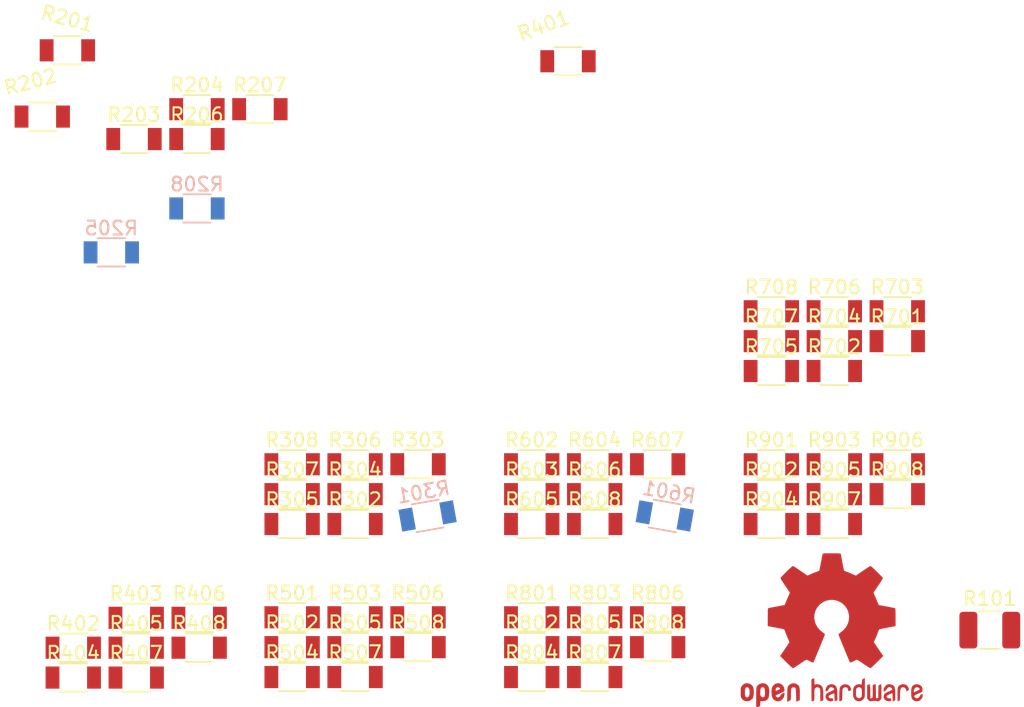
<source format=kicad_pcb>
(kicad_pcb (version 20211014) (generator pcbnew)
  (layers (0 "F.Cu" signal) (31 "B.Cu" signal) (34 "B.Paste" user) (35 "F.Paste" user) (36 "B.SilkS" user "B.Silkscreen") (37 "F.SilkS" user "F.Silkscreen") (38 "B.Mask" user) (39 "F.Mask" user) (44 "Edge.Cuts" user))
  (net 0 "")
  (footprint "Passives:R1206M" (layer "F.Cu") (at 77.380001 70.190001)
    (fp_text reference "R801" (at 0 -1.75) (layer "F.SilkS"))
    (fp_text value "1k" hide)
    (pad "1" smd rect locked (at -1.5 0) (size 1 1.6) (layers "F.Cu" "F.Paste" "F.Mask"))
    (pad "2" smd rect locked (at 1.5 0) (size 1 1.6) (layers "F.Cu" "F.Paste" "F.Mask"))
  )
  (footprint "Passives:R1206M" (layer "F.Cu") (at 77.380001 59.130001)
    (fp_text reference "R602" (at 0 -1.75) (layer "F.SilkS"))
    (fp_text value "1k" hide)
    (pad "1" smd rect locked (at -1.5 0) (size 1 1.6) (layers "F.Cu" "F.Paste" "F.Mask"))
    (pad "2" smd rect locked (at 1.5 0) (size 1 1.6) (layers "F.Cu" "F.Paste" "F.Mask"))
  )
  (footprint "Passives:R1206M" (layer "F.Cu") (at 77.380001 61.290001)
    (fp_text reference "R603" (at 0 -1.75) (layer "F.SilkS"))
    (fp_text value "1k" hide)
    (pad "1" smd rect locked (at -1.5 0) (size 1 1.6) (layers "F.Cu" "F.Paste" "F.Mask"))
    (pad "2" smd rect locked (at 1.5 0) (size 1 1.6) (layers "F.Cu" "F.Paste" "F.Mask"))
  )
  (footprint "Passives:R1206M" (layer "F.Cu") (at 81.930001 59.130001)
    (fp_text reference "R604" (at 0 -1.75) (layer "F.SilkS"))
    (fp_text value "1k" hide)
    (pad "1" smd rect locked (at -1.5 0) (size 1 1.6) (layers "F.Cu" "F.Paste" "F.Mask"))
    (pad "2" smd rect locked (at 1.5 0) (size 1 1.6) (layers "F.Cu" "F.Paste" "F.Mask"))
  )
  (footprint "Passives:R1206M" (layer "F.Cu") (at 77.380001 63.450001)
    (fp_text reference "R605" (at 0 -1.75) (layer "F.SilkS"))
    (fp_text value "1k" hide)
    (pad "1" smd rect locked (at -1.5 0) (size 1 1.6) (layers "F.Cu" "F.Paste" "F.Mask"))
    (pad "2" smd rect locked (at 1.5 0) (size 1 1.6) (layers "F.Cu" "F.Paste" "F.Mask"))
  )
  (footprint "Passives:R1206M" (layer "F.Cu") (at 81.930001 61.290001)
    (fp_text reference "R606" (at 0 -1.75) (layer "F.SilkS"))
    (fp_text value "1k" hide)
    (pad "1" smd rect locked (at -1.5 0) (size 1 1.6) (layers "F.Cu" "F.Paste" "F.Mask"))
    (pad "2" smd rect locked (at 1.5 0) (size 1 1.6) (layers "F.Cu" "F.Paste" "F.Mask"))
  )
  (footprint "Passives:R1206M" (layer "F.Cu") (at 86.480001 59.130001)
    (fp_text reference "R607" (at 0 -1.75) (layer "F.SilkS"))
    (fp_text value "1k" hide)
    (pad "1" smd rect locked (at -1.5 0) (size 1 1.6) (layers "F.Cu" "F.Paste" "F.Mask"))
    (pad "2" smd rect locked (at 1.5 0) (size 1 1.6) (layers "F.Cu" "F.Paste" "F.Mask"))
  )
  (footprint "Passives:R1206M" (layer "F.Cu") (at 81.930001 63.450001)
    (fp_text reference "R608" (at 0 -1.75) (layer "F.SilkS"))
    (fp_text value "1k" hide)
    (pad "1" smd rect locked (at -1.5 0) (size 1 1.6) (layers "F.Cu" "F.Paste" "F.Mask"))
    (pad "2" smd rect locked (at 1.5 0) (size 1 1.6) (layers "F.Cu" "F.Paste" "F.Mask"))
  )
  (footprint "Passives:R1206M" (layer "F.Cu") (at 103.800001 50.230001)
    (fp_text reference "R701" (at 0 -1.75) (layer "F.SilkS"))
    (fp_text value "1k" hide)
    (pad "1" smd rect locked (at -1.5 0) (size 1 1.6) (layers "F.Cu" "F.Paste" "F.Mask"))
    (pad "2" smd rect locked (at 1.5 0) (size 1 1.6) (layers "F.Cu" "F.Paste" "F.Mask"))
  )
  (footprint "Passives:R1206M" (layer "F.Cu") (at 99.250001 52.390001)
    (fp_text reference "R702" (at 0 -1.75) (layer "F.SilkS"))
    (fp_text value "1k" hide)
    (pad "1" smd rect locked (at -1.5 0) (size 1 1.6) (layers "F.Cu" "F.Paste" "F.Mask"))
    (pad "2" smd rect locked (at 1.5 0) (size 1 1.6) (layers "F.Cu" "F.Paste" "F.Mask"))
  )
  (footprint "Passives:R1206M" (layer "F.Cu") (at 103.800001 48.070001)
    (fp_text reference "R703" (at 0 -1.75) (layer "F.SilkS"))
    (fp_text value "1k" hide)
    (pad "1" smd rect locked (at -1.5 0) (size 1 1.6) (layers "F.Cu" "F.Paste" "F.Mask"))
    (pad "2" smd rect locked (at 1.5 0) (size 1 1.6) (layers "F.Cu" "F.Paste" "F.Mask"))
  )
  (footprint "Passives:R1206M" (layer "F.Cu") (at 99.250001 50.230001)
    (fp_text reference "R704" (at 0 -1.75) (layer "F.SilkS"))
    (fp_text value "1k" hide)
    (pad "1" smd rect locked (at -1.5 0) (size 1 1.6) (layers "F.Cu" "F.Paste" "F.Mask"))
    (pad "2" smd rect locked (at 1.5 0) (size 1 1.6) (layers "F.Cu" "F.Paste" "F.Mask"))
  )
  (footprint "Passives:R1206M" (layer "F.Cu") (at 94.700001 52.390001)
    (fp_text reference "R705" (at 0 -1.75) (layer "F.SilkS"))
    (fp_text value "1k" hide)
    (pad "1" smd rect locked (at -1.5 0) (size 1 1.6) (layers "F.Cu" "F.Paste" "F.Mask"))
    (pad "2" smd rect locked (at 1.5 0) (size 1 1.6) (layers "F.Cu" "F.Paste" "F.Mask"))
  )
  (footprint "Passives:R1206M" (layer "F.Cu") (at 99.250001 48.070001)
    (fp_text reference "R706" (at 0 -1.75) (layer "F.SilkS"))
    (fp_text value "1k" hide)
    (pad "1" smd rect locked (at -1.5 0) (size 1 1.6) (layers "F.Cu" "F.Paste" "F.Mask"))
    (pad "2" smd rect locked (at 1.5 0) (size 1 1.6) (layers "F.Cu" "F.Paste" "F.Mask"))
  )
  (footprint "Passives:R1206M" (layer "F.Cu") (at 94.700001 50.230001)
    (fp_text reference "R707" (at 0 -1.75) (layer "F.SilkS"))
    (fp_text value "1k" hide)
    (pad "1" smd rect locked (at -1.5 0) (size 1 1.6) (layers "F.Cu" "F.Paste" "F.Mask"))
    (pad "2" smd rect locked (at 1.5 0) (size 1 1.6) (layers "F.Cu" "F.Paste" "F.Mask"))
  )
  (footprint "Passives:R1206M" (layer "F.Cu") (at 94.700001 48.070001)
    (fp_text reference "R708" (at 0 -1.75) (layer "F.SilkS"))
    (fp_text value "1k" hide)
    (pad "1" smd rect locked (at -1.5 0) (size 1 1.6) (layers "F.Cu" "F.Paste" "F.Mask"))
    (pad "2" smd rect locked (at 1.5 0) (size 1 1.6) (layers "F.Cu" "F.Paste" "F.Mask"))
  )
  (footprint "Passives:R1206M" (layer "F.Cu") (at 77.380001 72.350001)
    (fp_text reference "R802" (at 0 -1.75) (layer "F.SilkS"))
    (fp_text value "1k" hide)
    (pad "1" smd rect locked (at -1.5 0) (size 1 1.6) (layers "F.Cu" "F.Paste" "F.Mask"))
    (pad "2" smd rect locked (at 1.5 0) (size 1 1.6) (layers "F.Cu" "F.Paste" "F.Mask"))
  )
  (footprint "Passives:R1206M" (layer "F.Cu") (at 81.930001 70.190001)
    (fp_text reference "R803" (at 0 -1.75) (layer "F.SilkS"))
    (fp_text value "1k" hide)
    (pad "1" smd rect locked (at -1.5 0) (size 1 1.6) (layers "F.Cu" "F.Paste" "F.Mask"))
    (pad "2" smd rect locked (at 1.5 0) (size 1 1.6) (layers "F.Cu" "F.Paste" "F.Mask"))
  )
  (footprint "Passives:R1206M" (layer "F.Cu") (at 77.380001 74.510001)
    (fp_text reference "R804" (at 0 -1.75) (layer "F.SilkS"))
    (fp_text value "1k" hide)
    (pad "1" smd rect locked (at -1.5 0) (size 1 1.6) (layers "F.Cu" "F.Paste" "F.Mask"))
    (pad "2" smd rect locked (at 1.5 0) (size 1 1.6) (layers "F.Cu" "F.Paste" "F.Mask"))
  )
  (footprint "Passives:R1206M" (layer "F.Cu") (at 81.930001 72.350001)
    (fp_text reference "R805" (at 0 -1.75) (layer "F.SilkS"))
    (fp_text value "1k" hide)
    (pad "1" smd rect locked (at -1.5 0) (size 1 1.6) (layers "F.Cu" "F.Paste" "F.Mask"))
    (pad "2" smd rect locked (at 1.5 0) (size 1 1.6) (layers "F.Cu" "F.Paste" "F.Mask"))
  )
  (footprint "Passives:R1206M" (layer "F.Cu") (at 86.480001 70.190001)
    (fp_text reference "R806" (at 0 -1.75) (layer "F.SilkS"))
    (fp_text value "1k" hide)
    (pad "1" smd rect locked (at -1.5 0) (size 1 1.6) (layers "F.Cu" "F.Paste" "F.Mask"))
    (pad "2" smd rect locked (at 1.5 0) (size 1 1.6) (layers "F.Cu" "F.Paste" "F.Mask"))
  )
  (footprint "Passives:R1206M" (layer "F.Cu") (at 81.930001 74.510001)
    (fp_text reference "R807" (at 0 -1.75) (layer "F.SilkS"))
    (fp_text value "1k" hide)
    (pad "1" smd rect locked (at -1.5 0) (size 1 1.6) (layers "F.Cu" "F.Paste" "F.Mask"))
    (pad "2" smd rect locked (at 1.5 0) (size 1 1.6) (layers "F.Cu" "F.Paste" "F.Mask"))
  )
  (footprint "Passives:R1206M" (layer "F.Cu") (at 86.480001 72.350001)
    (fp_text reference "R808" (at 0 -1.75) (layer "F.SilkS"))
    (fp_text value "1k" hide)
    (pad "1" smd rect locked (at -1.5 0) (size 1 1.6) (layers "F.Cu" "F.Paste" "F.Mask"))
    (pad "2" smd rect locked (at 1.5 0) (size 1 1.6) (layers "F.Cu" "F.Paste" "F.Mask"))
  )
  (footprint "Passives:R1206M" (layer "F.Cu") (at 94.700001 59.130001)
    (fp_text reference "R901" (at 0 -1.75) (layer "F.SilkS"))
    (fp_text value "1k" hide)
    (pad "1" smd rect locked (at -1.5 0) (size 1 1.6) (layers "F.Cu" "F.Paste" "F.Mask"))
    (pad "2" smd rect locked (at 1.5 0) (size 1 1.6) (layers "F.Cu" "F.Paste" "F.Mask"))
  )
  (footprint "Passives:R1206M" (layer "F.Cu") (at 94.700001 61.290001)
    (fp_text reference "R902" (at 0 -1.75) (layer "F.SilkS"))
    (fp_text value "1k" hide)
    (pad "1" smd rect locked (at -1.5 0) (size 1 1.6) (layers "F.Cu" "F.Paste" "F.Mask"))
    (pad "2" smd rect locked (at 1.5 0) (size 1 1.6) (layers "F.Cu" "F.Paste" "F.Mask"))
  )
  (footprint "Passives:R1206M" (layer "F.Cu") (at 99.250001 59.130001)
    (fp_text reference "R903" (at 0 -1.75) (layer "F.SilkS"))
    (fp_text value "1k" hide)
    (pad "1" smd rect locked (at -1.5 0) (size 1 1.6) (layers "F.Cu" "F.Paste" "F.Mask"))
    (pad "2" smd rect locked (at 1.5 0) (size 1 1.6) (layers "F.Cu" "F.Paste" "F.Mask"))
  )
  (footprint "Passives:R1206M" (layer "F.Cu") (at 94.700001 63.450001)
    (fp_text reference "R904" (at 0 -1.75) (layer "F.SilkS"))
    (fp_text value "1k" hide)
    (pad "1" smd rect locked (at -1.5 0) (size 1 1.6) (layers "F.Cu" "F.Paste" "F.Mask"))
    (pad "2" smd rect locked (at 1.5 0) (size 1 1.6) (layers "F.Cu" "F.Paste" "F.Mask"))
  )
  (footprint "Passives:R1206M" (layer "F.Cu") (at 99.250001 61.290001)
    (fp_text reference "R905" (at 0 -1.75) (layer "F.SilkS"))
    (fp_text value "1k" hide)
    (pad "1" smd rect locked (at -1.5 0) (size 1 1.6) (layers "F.Cu" "F.Paste" "F.Mask"))
    (pad "2" smd rect locked (at 1.5 0) (size 1 1.6) (layers "F.Cu" "F.Paste" "F.Mask"))
  )
  (footprint "Passives:R1206M" (layer "F.Cu") (at 103.800001 59.130001)
    (fp_text reference "R906" (at 0 -1.75) (layer "F.SilkS"))
    (fp_text value "1k" hide)
    (pad "1" smd rect locked (at -1.5 0) (size 1 1.6) (layers "F.Cu" "F.Paste" "F.Mask"))
    (pad "2" smd rect locked (at 1.5 0) (size 1 1.6) (layers "F.Cu" "F.Paste" "F.Mask"))
  )
  (footprint "Passives:R1206M" (layer "F.Cu") (at 99.250001 63.450001)
    (fp_text reference "R907" (at 0 -1.75) (layer "F.SilkS"))
    (fp_text value "1k" hide)
    (pad "1" smd rect locked (at -1.5 0) (size 1 1.6) (layers "F.Cu" "F.Paste" "F.Mask"))
    (pad "2" smd rect locked (at 1.5 0) (size 1 1.6) (layers "F.Cu" "F.Paste" "F.Mask"))
  )
  (footprint "Passives:R1206M" (layer "F.Cu") (at 103.800001 61.290001)
    (fp_text reference "R908" (at 0 -1.75) (layer "F.SilkS"))
    (fp_text value "1k" hide)
    (pad "1" smd rect locked (at -1.5 0) (size 1 1.6) (layers "F.Cu" "F.Paste" "F.Mask"))
    (pad "2" smd rect locked (at 1.5 0) (size 1 1.6) (layers "F.Cu" "F.Paste" "F.Mask"))
  )
  (footprint "Passives:R1206M" (layer "F.Cu") (at 80 30)
    (fp_text reference "R401" (at -1.768 -2.568 20 unlocked) (layer "F.SilkS"))
    (fp_text value "1k" hide)
    (pad "1" smd rect locked (at -1.5 0) (size 1 1.6) (layers "F.Cu" "F.Paste" "F.Mask"))
    (pad "2" smd rect locked (at 1.5 0) (size 1 1.6) (layers "F.Cu" "F.Paste" "F.Mask"))
  )
  (footprint "Passives:R1206M" (layer "F.Cu") (at 42 34)
    (fp_text reference "R202" (at -0.852 -2.504 15 unlocked) (layer "F.SilkS"))
    (fp_text value "1k" hide)
    (pad "1" smd rect locked (at -1.5 0) (size 1 1.6) (layers "F.Cu" "F.Paste" "F.Mask"))
    (pad "2" smd rect locked (at 1.5 0) (size 1 1.6) (layers "F.Cu" "F.Paste" "F.Mask"))
  )
  (footprint "Passives:R1206M" (layer "F.Cu") (at 48.630001 35.625001)
    (fp_text reference "R203" (at 0 -1.75) (layer "F.SilkS"))
    (fp_text value "1k" hide)
    (pad "1" smd rect locked (at -1.5 0) (size 1 1.6) (layers "F.Cu" "F.Paste" "F.Mask"))
    (pad "2" smd rect locked (at 1.5 0) (size 1 1.6) (layers "F.Cu" "F.Paste" "F.Mask"))
  )
  (footprint "Passives:R1206M" (layer "F.Cu") (at 53.180001 33.465001)
    (fp_text reference "R204" (at 0 -1.75) (layer "F.SilkS"))
    (fp_text value "1k" hide)
    (pad "1" smd rect locked (at -1.5 0) (size 1 1.6) (layers "F.Cu" "F.Paste" "F.Mask"))
    (pad "2" smd rect locked (at 1.5 0) (size 1 1.6) (layers "F.Cu" "F.Paste" "F.Mask"))
  )
  (footprint "Passives:R1206M" (layer "F.Cu") (at 53.180001 35.625001)
    (fp_text reference "R206" (at 0 -1.75) (layer "F.SilkS"))
    (fp_text value "1k" hide)
    (pad "1" smd rect locked (at -1.5 0) (size 1 1.6) (layers "F.Cu" "F.Paste" "F.Mask"))
    (pad "2" smd rect locked (at 1.5 0) (size 1 1.6) (layers "F.Cu" "F.Paste" "F.Mask"))
  )
  (footprint "Passives:R1206M" (layer "F.Cu") (at 57.730001 33.465001)
    (fp_text reference "R207" (at 0 -1.75) (layer "F.SilkS"))
    (fp_text value "1k" hide)
    (pad "1" smd rect locked (at -1.5 0) (size 1 1.6) (layers "F.Cu" "F.Paste" "F.Mask"))
    (pad "2" smd rect locked (at 1.5 0) (size 1 1.6) (layers "F.Cu" "F.Paste" "F.Mask"))
  )
  (footprint "Passives:R1206M" (layer "F.Cu") (at 64.610001 63.450001)
    (fp_text reference "R302" (at 0 -1.75) (layer "F.SilkS"))
    (fp_text value "1k" hide)
    (pad "1" smd rect locked (at -1.5 0) (size 1 1.6) (layers "F.Cu" "F.Paste" "F.Mask"))
    (pad "2" smd rect locked (at 1.5 0) (size 1 1.6) (layers "F.Cu" "F.Paste" "F.Mask"))
  )
  (footprint "Passives:R1206M" (layer "F.Cu") (at 69.160001 59.130001)
    (fp_text reference "R303" (at 0 -1.75) (layer "F.SilkS"))
    (fp_text value "1k" hide)
    (pad "1" smd rect locked (at -1.5 0) (size 1 1.6) (layers "F.Cu" "F.Paste" "F.Mask"))
    (pad "2" smd rect locked (at 1.5 0) (size 1 1.6) (layers "F.Cu" "F.Paste" "F.Mask"))
  )
  (footprint "Passives:R1206M" (layer "F.Cu") (at 64.610001 61.290001)
    (fp_text reference "R304" (at 0 -1.75) (layer "F.SilkS"))
    (fp_text value "1k" hide)
    (pad "1" smd rect locked (at -1.5 0) (size 1 1.6) (layers "F.Cu" "F.Paste" "F.Mask"))
    (pad "2" smd rect locked (at 1.5 0) (size 1 1.6) (layers "F.Cu" "F.Paste" "F.Mask"))
  )
  (footprint "Passives:R1206M" (layer "F.Cu") (at 60.060001 63.450001)
    (fp_text reference "R305" (at 0 -1.75) (layer "F.SilkS"))
    (fp_text value "1k" hide)
    (pad "1" smd rect locked (at -1.5 0) (size 1 1.6) (layers "F.Cu" "F.Paste" "F.Mask"))
    (pad "2" smd rect locked (at 1.5 0) (size 1 1.6) (layers "F.Cu" "F.Paste" "F.Mask"))
  )
  (footprint "Passives:R1206M" (layer "F.Cu") (at 64.610001 59.130001)
    (fp_text reference "R306" (at 0 -1.75) (layer "F.SilkS"))
    (fp_text value "1k" hide)
    (pad "1" smd rect locked (at -1.5 0) (size 1 1.6) (layers "F.Cu" "F.Paste" "F.Mask"))
    (pad "2" smd rect locked (at 1.5 0) (size 1 1.6) (layers "F.Cu" "F.Paste" "F.Mask"))
  )
  (footprint "Passives:R1206M" (layer "F.Cu") (at 60.060001 61.290001)
    (fp_text reference "R307" (at 0 -1.75) (layer "F.SilkS"))
    (fp_text value "1k" hide)
    (pad "1" smd rect locked (at -1.5 0) (size 1 1.6) (layers "F.Cu" "F.Paste" "F.Mask"))
    (pad "2" smd rect locked (at 1.5 0) (size 1 1.6) (layers "F.Cu" "F.Paste" "F.Mask"))
  )
  (footprint "Passives:R1206M" (layer "F.Cu") (at 60.060001 59.130001)
    (fp_text reference "R308" (at 0 -1.75) (layer "F.SilkS"))
    (fp_text value "1k" hide)
    (pad "1" smd rect locked (at -1.5 0) (size 1 1.6) (layers "F.Cu" "F.Paste" "F.Mask"))
    (pad "2" smd rect locked (at 1.5 0) (size 1 1.6) (layers "F.Cu" "F.Paste" "F.Mask"))
  )
  (footprint "Passives:R1206M" (layer "F.Cu") (at 43.815 29.21)
    (fp_text reference "R201" (at 0 -2.286 -15 unlocked) (layer "F.SilkS"))
    (fp_text value "1k" hide)
    (pad "1" smd rect locked (at -1.5 0) (size 1 1.6) (layers "F.Cu" "F.Paste" "F.Mask"))
    (pad "2" smd rect locked (at 1.5 0) (size 1 1.6) (layers "F.Cu" "F.Paste" "F.Mask"))
  )
  (footprint "Passives:R1206M" (layer "F.Cu") (at 44.24 72.39)
    (fp_text reference "R402" (at 0 -1.75) (layer "F.SilkS"))
    (fp_text value "1k" hide)
    (pad "1" smd rect locked (at -1.5 0) (size 1 1.6) (layers "F.Cu" "F.Paste" "F.Mask"))
    (pad "2" smd rect locked (at 1.5 0) (size 1 1.6) (layers "F.Cu" "F.Paste" "F.Mask"))
  )
  (footprint "Passives:R1206M" (layer "F.Cu") (at 48.79 70.23)
    (fp_text reference "R403" (at 0 -1.75) (layer "F.SilkS"))
    (fp_text value "1k" hide)
    (pad "1" smd rect locked (at -1.5 0) (size 1 1.6) (layers "F.Cu" "F.Paste" "F.Mask"))
    (pad "2" smd rect locked (at 1.5 0) (size 1 1.6) (layers "F.Cu" "F.Paste" "F.Mask"))
  )
  (footprint "Passives:R1206M" (layer "F.Cu") (at 44.24 74.55)
    (fp_text reference "R404" (at 0 -1.75) (layer "F.SilkS"))
    (fp_text value "1k" hide)
    (pad "1" smd rect locked (at -1.5 0) (size 1 1.6) (layers "F.Cu" "F.Paste" "F.Mask"))
    (pad "2" smd rect locked (at 1.5 0) (size 1 1.6) (layers "F.Cu" "F.Paste" "F.Mask"))
  )
  (footprint "Passives:R1206M" (layer "F.Cu") (at 48.79 72.39)
    (fp_text reference "R405" (at 0 -1.75) (layer "F.SilkS"))
    (fp_text value "1k" hide)
    (pad "1" smd rect locked (at -1.5 0) (size 1 1.6) (layers "F.Cu" "F.Paste" "F.Mask"))
    (pad "2" smd rect locked (at 1.5 0) (size 1 1.6) (layers "F.Cu" "F.Paste" "F.Mask"))
  )
  (footprint "Passives:R1206M" (layer "F.Cu") (at 53.34 70.23)
    (fp_text reference "R406" (at 0 -1.75) (layer "F.SilkS"))
    (fp_text value "1k" hide)
    (pad "1" smd rect locked (at -1.5 0) (size 1 1.6) (layers "F.Cu" "F.Paste" "F.Mask"))
    (pad "2" smd rect locked (at 1.5 0) (size 1 1.6) (layers "F.Cu" "F.Paste" "F.Mask"))
  )
  (footprint "Passives:R1206M" (layer "F.Cu") (at 48.79 74.55)
    (fp_text reference "R407" (at 0 -1.75) (layer "F.SilkS"))
    (fp_text value "1k" hide)
    (pad "1" smd rect locked (at -1.5 0) (size 1 1.6) (layers "F.Cu" "F.Paste" "F.Mask"))
    (pad "2" smd rect locked (at 1.5 0) (size 1 1.6) (layers "F.Cu" "F.Paste" "F.Mask"))
  )
  (footprint "Passives:R1206M" (layer "F.Cu") (at 53.34 72.39)
    (fp_text reference "R408" (at 0 -1.75) (layer "F.SilkS"))
    (fp_text value "1k" hide)
    (pad "1" smd rect locked (at -1.5 0) (size 1 1.6) (layers "F.Cu" "F.Paste" "F.Mask"))
    (pad "2" smd rect locked (at 1.5 0) (size 1 1.6) (layers "F.Cu" "F.Paste" "F.Mask"))
  )
  (footprint "Passives:R1206M" (layer "F.Cu") (at 60.060001 70.190001)
    (fp_text reference "R501" (at 0 -1.75) (layer "F.SilkS"))
    (fp_text value "1k" hide)
    (pad "1" smd rect locked (at -1.5 0) (size 1 1.6) (layers "F.Cu" "F.Paste" "F.Mask"))
    (pad "2" smd rect locked (at 1.5 0) (size 1 1.6) (layers "F.Cu" "F.Paste" "F.Mask"))
  )
  (footprint "Passives:R1206M" (layer "F.Cu") (at 60.060001 72.350001)
    (fp_text reference "R502" (at 0 -1.75) (layer "F.SilkS"))
    (fp_text value "1k" hide)
    (pad "1" smd rect locked (at -1.5 0) (size 1 1.6) (layers "F.Cu" "F.Paste" "F.Mask"))
    (pad "2" smd rect locked (at 1.5 0) (size 1 1.6) (layers "F.Cu" "F.Paste" "F.Mask"))
  )
  (footprint "Passives:R1206M" (layer "F.Cu") (at 64.610001 70.190001)
    (fp_text reference "R503" (at 0 -1.75) (layer "F.SilkS"))
    (fp_text value "1k" hide)
    (pad "1" smd rect locked (at -1.5 0) (size 1 1.6) (layers "F.Cu" "F.Paste" "F.Mask"))
    (pad "2" smd rect locked (at 1.5 0) (size 1 1.6) (layers "F.Cu" "F.Paste" "F.Mask"))
  )
  (footprint "Passives:R1206M" (layer "F.Cu") (at 60.060001 74.510001)
    (fp_text reference "R504" (at 0 -1.75) (layer "F.SilkS"))
    (fp_text value "1k" hide)
    (pad "1" smd rect locked (at -1.5 0) (size 1 1.6) (layers "F.Cu" "F.Paste" "F.Mask"))
    (pad "2" smd rect locked (at 1.5 0) (size 1 1.6) (layers "F.Cu" "F.Paste" "F.Mask"))
  )
  (footprint "Passives:R1206M" (layer "F.Cu") (at 64.610001 72.350001)
    (fp_text reference "R505" (at 0 -1.75) (layer "F.SilkS"))
    (fp_text value "1k" hide)
    (pad "1" smd rect locked (at -1.5 0) (size 1 1.6) (layers "F.Cu" "F.Paste" "F.Mask"))
    (pad "2" smd rect locked (at 1.5 0) (size 1 1.6) (layers "F.Cu" "F.Paste" "F.Mask"))
  )
  (footprint "Passives:R1206M" (layer "F.Cu") (at 69.160001 70.190001)
    (fp_text reference "R506" (at 0 -1.75) (layer "F.SilkS"))
    (fp_text value "1k" hide)
    (pad "1" smd rect locked (at -1.5 0) (size 1 1.6) (layers "F.Cu" "F.Paste" "F.Mask"))
    (pad "2" smd rect locked (at 1.5 0) (size 1 1.6) (layers "F.Cu" "F.Paste" "F.Mask"))
  )
  (footprint "Passives:R1206M" (layer "F.Cu") (at 64.610001 74.510001)
    (fp_text reference "R507" (at 0 -1.75) (layer "F.SilkS"))
    (fp_text value "1k" hide)
    (pad "1" smd rect locked (at -1.5 0) (size 1 1.6) (layers "F.Cu" "F.Paste" "F.Mask"))
    (pad "2" smd rect locked (at 1.5 0) (size 1 1.6) (layers "F.Cu" "F.Paste" "F.Mask"))
  )
  (footprint "Passives:R1206M" (layer "F.Cu") (at 69.160001 72.350001)
    (fp_text reference "R508" (at 0 -1.75) (layer "F.SilkS"))
    (fp_text value "1k" hide)
    (pad "1" smd rect locked (at -1.5 0) (size 1 1.6) (layers "F.Cu" "F.Paste" "F.Mask"))
    (pad "2" smd rect locked (at 1.5 0) (size 1 1.6) (layers "F.Cu" "F.Paste" "F.Mask"))
  )
  (footprint "Resistor_SMD:R_1210_3225Metric_Pad1.30x2.65mm_HandSolder" (layer "F.Cu") (at 110.49 71.12)
    (fp_text reference "R101" (at 0 -2.28) (layer "F.SilkS"))
    (fp_text value "R")
    (pad "1" smd roundrect (at -1.55 0) (size 1.3 2.65) (layers "F.Cu" "F.Paste" "F.Mask") (roundrect_rratio 0.192308))
    (pad "2" smd roundrect (at 1.55 0) (size 1.3 2.65) (layers "F.Cu" "F.Paste" "F.Mask") (roundrect_rratio 0.192308))
  )
  (footprint "Symbol:OSHW-Logo2_14.6x12mm_Copper" (layer "F.Cu") (at 99.06 71.12)
    (fp_text reference "REF**" hide)
    (fp_text value "OSHW-Logo2_14.6x12mm_Copper" hide)
    (fp_poly (pts (xy -4.8281 3.861903) (xy -4.71655 3.917522) (xy -4.618092 4.019931) (xy -4.590977 4.057864) (xy -4.561438 4.1075) (xy -4.542272 4.161412) (xy -4.531307 4.233364) (xy -4.526371 4.337122) (xy -4.525287 4.474101) (xy -4.530182 4.661815) (xy -4.547196 4.802758) (xy -4.579823 4.907908) (xy -4.631558 4.988243) (xy -4.705896 5.054741) (xy -4.711358 5.058678) (xy -4.78462 5.098953) (xy -4.87284 5.11888) (xy -4.985038 5.123793) (xy -5.167433 5.123793) (xy -5.167509 5.300857) (xy -5.169207 5.39947) (xy -5.17955 5.457314) (xy -5.206578 5.492006) (xy -5.258332 5.521164) (xy -5.270761 5.527121) (xy -5.328923 5.555039) (xy -5.373956 5.572672) (xy -5.407441 5.574194) (xy -5.430962 5.553781) (xy -5.4461 5.505607) (xy -5.454437 5.423846) (xy -5.457556 5.302672) (xy -5.45704 5.13626) (xy -5.454471 4.918785) (xy -5.453668 4.853736) (xy -5.450778 4.629502) (xy -5.448188 4.482821) (xy -5.167586 4.482821) (xy -5.166009 4.607326) (xy -5.159 4.688787) (xy -5.143142 4.742515) (xy -5.115019 4.783823) (xy -5.095925 4.803971) (xy -5.017865 4.862921) (xy -4.948753 4.86772) (xy -4.87744 4.819038) (xy -4.875632 4.817241) (xy -4.846617 4.779618) (xy -4.828967 4.728484) (xy -4.820064 4.649738) (xy -4.817291 4.529276) (xy -4.817241 4.502588) (xy -4.823942 4.336583) (xy -4.845752 4.221505) (xy -4.885235 4.151254) (xy -4.944956 4.119729) (xy -4.979472 4.116552) (xy -5.061389 4.13146) (xy -5.117579 4.180548) (xy -5.151402 4.270362) (xy -5.16622 4.407445) (xy -5.167586 4.482821) (xy -5.448188 4.482821) (xy -5.447713 4.455952) (xy -5.443753 4.325382) (xy -5.438174 4.230087) (xy -5.430254 4.162364) (xy -5.419269 4.114507) (xy -5.404499 4.078813) (xy -5.385218 4.047578) (xy -5.376951 4.035824) (xy -5.267288 3.924797) (xy -5.128635 3.861847) (xy -4.968246 3.844297) (xy -4.8281 3.861903)) (layer "F.Cu") (width 0.01) (fill solid))
    (fp_poly (pts (xy 6.343439 3.95654) (xy 6.45895 4.032034) (xy 6.514664 4.099617) (xy 6.558804 4.222255) (xy 6.562309 4.319298) (xy 6.554368 4.449056) (xy 6.255115 4.580039) (xy 6.109611 4.646958) (xy 6.014537 4.70079) (xy 5.965101 4.747416) (xy 5.956511 4.79272) (xy 5.983972 4.842582) (xy 6.014253 4.875632) (xy 6.102363 4.928633) (xy 6.198196 4.932347) (xy 6.286212 4.891041) (xy 6.350869 4.808983) (xy 6.362433 4.780008) (xy 6.417825 4.689509) (xy 6.481553 4.65094) (xy 6.568966 4.617946) (xy 6.568966 4.743034) (xy 6.561238 4.828156) (xy 6.530966 4.899938) (xy 6.467518 4.982356) (xy 6.458088 4.993066) (xy 6.387513 5.066391) (xy 6.326847 5.105742) (xy 6.25095 5.123845) (xy 6.18803 5.129774) (xy 6.075487 5.131251) (xy 5.99537 5.112535) (xy 5.94539 5.084747) (xy 5.866838 5.023641) (xy 5.812463 4.957554) (xy 5.778052 4.874441) (xy 5.759388 4.762254) (xy 5.752256 4.608946) (xy 5.751687 4.531136) (xy 5.753622 4.437853) (xy 5.929899 4.437853) (xy 5.931944 4.487896) (xy 5.937039 4.496092) (xy 5.970666 4.484958) (xy 6.04303 4.455493) (xy 6.139747 4.413601) (xy 6.159973 4.404597) (xy 6.282203 4.342442) (xy 6.349547 4.287815) (xy 6.364348 4.236649) (xy 6.328947 4.184876) (xy 6.299711 4.162) (xy 6.194216 4.11625) (xy 6.095476 4.123808) (xy 6.012812 4.179651) (xy 5.955548 4.278753) (xy 5.937188 4.357414) (xy 5.929899 4.437853) (xy 5.753622 4.437853) (xy 5.755459 4.349351) (xy 5.769359 4.214853) (xy 5.796894 4.116916) (xy 5.841572 4.044811) (xy 5.906901 3.987813) (xy 5.935383 3.969393) (xy 6.064763 3.921422) (xy 6.206412 3.918403) (xy 6.343439 3.95654)) (layer "F.Cu") (width 0.01) (fill solid))
    (fp_poly (pts (xy 5.33569 3.940018) (xy 5.370585 3.955269) (xy 5.453877 4.021235) (xy 5.525103 4.116618) (xy 5.569153 4.218406) (xy 5.576322 4.268587) (xy 5.552285 4.338647) (xy 5.499561 4.375717) (xy 5.443031 4.398164) (xy 5.417146 4.4023) (xy 5.404542 4.372283) (xy 5.379654 4.306961) (xy 5.368735 4.277445) (xy 5.307508 4.175348) (xy 5.218861 4.124423) (xy 5.105193 4.125989) (xy 5.096774 4.127994) (xy 5.036088 4.156767) (xy 4.991474 4.212859) (xy 4.961002 4.303163) (xy 4.942744 4.434571) (xy 4.934771 4.613974) (xy 4.934023 4.709433) (xy 4.933652 4.859913) (xy 4.931223 4.962495) (xy 4.92476 5.027672) (xy 4.912288 5.065938) (xy 4.891833 5.087785) (xy 4.861419 5.103707) (xy 4.859661 5.104509) (xy 4.801091 5.129272) (xy 4.772075 5.138391) (xy 4.767616 5.110822) (xy 4.763799 5.03462) (xy 4.760899 4.919541) (xy 4.759191 4.775341) (xy 4.758851 4.669814) (xy 4.760588 4.465613) (xy 4.767382 4.310697) (xy 4.781607 4.196024) (xy 4.805638 4.112551) (xy 4.841848 4.051236) (xy 4.892612 4.003034) (xy 4.942739 3.969393) (xy 5.063275 3.924619) (xy 5.203557 3.914521) (xy 5.33569 3.940018)) (layer "F.Cu") (width 0.01) (fill solid))
    (fp_poly (pts (xy 0.209014 -5.547002) (xy 0.367006 -5.546137) (xy 0.481347 -5.543795) (xy 0.559407 -5.539238) (xy 0.608554 -5.53173) (xy 0.636159 -5.520534) (xy 0.649592 -5.504912) (xy 0.656221 -5.484127) (xy 0.656865 -5.481437) (xy 0.666935 -5.432887) (xy 0.685575 -5.337095) (xy 0.710845 -5.204257) (xy 0.740807 -5.044569) (xy 0.773522 -4.868226) (xy 0.774664 -4.862033) (xy 0.807433 -4.689218) (xy 0.838093 -4.536531) (xy 0.864664 -4.413129) (xy 0.885167 -4.328169) (xy 0.897626 -4.29081) (xy 0.89822 -4.290148) (xy 0.934919 -4.271905) (xy 1.010586 -4.241503) (xy 1.108878 -4.205507) (xy 1.109425 -4.205315) (xy 1.233233 -4.158778) (xy 1.379196 -4.099496) (xy 1.516781 -4.039891) (xy 1.523293 -4.036944) (xy 1.74739 -3.935235) (xy 2.243619 -4.274103) (xy 2.395846 -4.377408) (xy 2.533741 -4.469763) (xy 2.649315 -4.545916) (xy 2.734579 -4.600615) (xy 2.781544 -4.628607) (xy 2.786004 -4.630683) (xy 2.820134 -4.62144) (xy 2.883881 -4.576844) (xy 2.979731 -4.494791) (xy 3.110169 -4.373179) (xy 3.243328 -4.243795) (xy 3.371694 -4.116298) (xy 3.486581 -3.999954) (xy 3.581073 -3.901948) (xy 3.648253 -3.829464) (xy 3.681206 -3.789687) (xy 3.682432 -3.787639) (xy 3.686074 -3.760344) (xy 3.67235 -3.715766) (xy 3.637869 -3.647888) (xy 3.579239 -3.550689) (xy 3.49307 -3.418149) (xy 3.3782 -3.247524) (xy 3.276254 -3.097345) (xy 3.185123 -2.96265) (xy 3.110073 -2.85126) (xy 3.056369 -2.770995) (xy 3.02928 -2.729675) (xy 3.027574 -2.72687) (xy 3.030882 -2.687279) (xy 3.055953 -2.610331) (xy 3.097798 -2.510568) (xy 3.112712 -2.478709) (xy 3.177786 -2.336774) (xy 3.247212 -2.175727) (xy 3.303609 -2.036379) (xy 3.344247 -1.932956) (xy 3.376526 -1.854358) (xy 3.395178 -1.81328) (xy 3.397497 -1.810115) (xy 3.431803 -1.804872) (xy 3.512669 -1.790506) (xy 3.629343 -1.769063) (xy 3.771075 -1.742587) (xy 3.92711 -1.713123) (xy 4.086698 -1.682717) (xy 4.239085 -1.653412) (xy 4.373521 -1.627255) (xy 4.479252 -1.60629) (xy 4.545526 -1.592561) (xy 4.561782 -1.58868) (xy 4.578573 -1.5791) (xy 4.591249 -1.557464) (xy 4.600378 -1.516469) (xy 4.606531 -1.448811) (xy 4.61028 -1.347188) (xy 4.612192 -1.204297) (xy 4.61284 -1.012835) (xy 4.612874 -0.934355) (xy 4.612874 -0.296094) (xy 4.459598 -0.26584) (xy 4.374322 -0.249436) (xy 4.24707 -0.225491) (xy 4.093315 -0.196893) (xy 3.928534 -0.166533) (xy 3.882989 -0.158194) (xy 3.730932 -0.12863) (xy 3.598468 -0.099558) (xy 3.496714 -0.073671) (xy 3.436788 -0.053663) (xy 3.426805 -0.047699) (xy 3.402293 -0.005466) (xy 3.367148 0.07637) (xy 3.328173 0.181683) (xy 3.320442 0.204368) (xy 3.26936 0.345018) (xy 3.205954 0.503714) (xy 3.143904 0.646225) (xy 3.143598 0.646886) (xy 3.040267 0.87044) (xy 3.719961 1.870232) (xy 3.283621 2.3073) (xy 3.151649 2.437381) (xy 3.031279 2.552048) (xy 2.929273 2.645181) (xy 2.852391 2.710658) (xy 2.807393 2.742357) (xy 2.800938 2.744368) (xy 2.76304 2.728529) (xy 2.685708 2.684496) (xy 2.577389 2.61749) (xy 2.446532 2.532734) (xy 2.305052 2.437816) (xy 2.161461 2.340998) (xy 2.033435 2.256751) (xy 1.929105 2.190258) (xy 1.8566 2.146702) (xy 1.824158 2.131264) (xy 1.784576 2.144328) (xy 1.709519 2.17875) (xy 1.614468 2.22738) (xy 1.604392 2.232785) (xy 1.476391 2.29698) (xy 1.388618 2.328463) (xy 1.334028 2.328798) (xy 1.305575 2.299548) (xy 1.30541 2.299138) (xy 1.291188 2.264498) (xy 1.257269 2.182269) (xy 1.206284 2.058814) (xy 1.140862 1.900498) (xy 1.063634 1.713686) (xy 0.977229 1.504742) (xy 0.893551 1.302446) (xy 0.801588 1.0792) (xy 0.71715 0.872392) (xy 0.642769 0.688362) (xy 0.580974 0.533451) (xy 0.534297 0.413996) (xy 0.505268 0.336339) (xy 0.496322 0.307356) (xy 0.518756 0.27411) (xy 0.577439 0.221123) (xy 0.655689 0.162704) (xy 0.878534 -0.022048) (xy 1.052718 -0.233818) (xy 1.176154 -0.468144) (xy 1.246754 -0.720566) (xy 1.262431 -0.986623) (xy 1.251036 -1.109425) (xy 1.18895 -1.364207) (xy 1.082023 -1.589199) (xy 0.936889 -1.782183) (xy 0.760178 -1.940939) (xy 0.558522 -2.06325) (xy 0.338554 -2.146895) (xy 0.106906 -2.189656) (xy -0.129791 -2.189313) (xy -0.364905 -2.143648) (xy -0.591804 -2.050441) (xy -0.803856 -1.907473) (xy -0.892364 -1.826617) (xy -1.062111 -1.618993) (xy -1.180301 -1.392105) (xy -1.247722 -1.152567) (xy -1.26516 -0.906993) (xy -1.233402 -0.661997) (xy -1.153235 -0.424192) (xy -1.025445 -0.200193) (xy -0.85082 0.003387) (xy -0.655688 0.162704) (xy -0.574409 0.223602) (xy -0.516991 0.276015) (xy -0.496322 0.307406) (xy -0.507144 0.341639) (xy -0.537923 0.423419) (xy -0.586126 0.546407) (xy -0.649222 0.704263) (xy -0.724678 0.890649) (xy -0.809962 1.099226) (xy -0.893781 1.302496) (xy -0.986255 1.525933) (xy -1.071911 1.732984) (xy -1.148118 1.917286) (xy -1.212247 2.072475) (xy -1.261668 2.192188) (xy -1.293752 2.270061) (xy -1.305641 2.299138) (xy -1.333726 2.328677) (xy -1.388051 2.328591) (xy -1.475605 2.297326) (xy -1.603381 2.233329) (xy -1.604392 2.232785) (xy -1.700598 2.183121) (xy -1.778369 2.146945) (xy -1.822223 2.131408) (xy -1.824158 2.131264) (xy -1.857171 2.147024) (xy -1.930054 2.19085) (xy -2.034678 2.257557) (xy -2.16291 2.341964) (xy -2.305052 2.437816) (xy -2.449767 2.534867) (xy -2.580196 2.61927) (xy -2.68789 2.685801) (xy -2.764402 2.729238) (xy -2.800938 2.744368) (xy -2.834582 2.724482) (xy -2.902224 2.668903) (xy -2.997107 2.583754) (xy -3.11247 2.475153) (xy -3.241555 2.349221) (xy -3.283771 2.307149) (xy -3.720261 1.869931) (xy -3.388023 1.38234) (xy -3.287054 1.232605) (xy -3.198438 1.09822) (xy -3.127146 0.986969) (xy -3.07815 0.906639) (xy -3.056422 0.865014) (xy -3.055785 0.862053) (xy -3.06724 0.822818) (xy -3.098051 0.743895) (xy -3.142884 0.638509) (xy -3.174353 0.567954) (xy -3.233192 0.432876) (xy -3.288604 0.296409) (xy -3.331564 0.181103) (xy -3.343234 0.145977) (xy -3.376389 0.052174) (xy -3.408799 -0.020306) (xy -3.426601 -0.047699) (xy -3.465886 -0.064464) (xy -3.551626 -0.08823) (xy -3.672697 -0.116303) (xy -3.817973 -0.145991) (xy -3.882988 -0.158194) (xy -4.048087 -0.188532) (xy -4.206448 -0.217907) (xy -4.342596 -0.243431) (xy -4.441057 -0.262215) (xy -4.459598 -0.26584) (xy -4.612873 -0.296094) (xy -4.612873 -0.934355) (xy -4.612529 -1.14423) (xy -4.611116 -1.30302) (xy -4.608064 -1.418027) (xy -4.602803 -1.496554) (xy -4.594763 -1.545904) (xy -4.583373 -1.573381) (xy -4.568063 -1.586287) (xy -4.561782 -1.58868) (xy -4.523896 -1.597167) (xy -4.440195 -1.6141) (xy -4.321433 -1.637434) (xy -4.178361 -1.665125) (xy -4.021732 -1.695127) (xy -3.862297 -1.725396) (xy -3.710809 -1.753885) (xy -3.578019 -1.778551) (xy -3.474681 -1.797349) (xy -3.411545 -1.808233) (xy -3.397497 -1.810115) (xy -3.38477 -1.835296) (xy -3.3566 -1.902378) (xy -3.318252 -1.998667) (xy -3.303609 -2.036379) (xy -3.244548 -2.182079) (xy -3.175 -2.343049) (xy -3.112712 -2.478709) (xy -3.066879 -2.582439) (xy -3.036387 -2.667674) (xy -3.026208 -2.719874) (xy -3.027831 -2.72687) (xy -3.049343 -2.759898) (xy -3.098465 -2.833357) (xy -3.169923 -2.939423) (xy -3.258445 -3.070274) (xy -3.358759 -3.218088) (xy -3.378594 -3.247266) (xy -3.494988 -3.420137) (xy -3.580548 -3.551774) (xy -3.638684 -3.648239) (xy -3.672808 -3.715592) (xy -3.686331 -3.759894) (xy -3.682664 -3.787206) (xy -3.68257 -3.78738) (xy -3.653707 -3.823254) (xy -3.589867 -3.892609) (xy -3.497969 -3.988255) (xy -3.384933 -4.103001) (xy -3.257679 -4.229659) (xy -3.243328 -4.243795) (xy -3.082957 -4.399097) (xy -2.959195 -4.51313) (xy -2.869555 -4.587998) (xy -2.811552 -4.625804) (xy -2.786004 -4.630683) (xy -2.748718 -4.609397) (xy -2.671343 -4.560227) (xy -2.561867 -4.488425) (xy -2.42828 -4.399245) (xy -2.27857 -4.297937) (xy -2.243618 -4.274103) (xy -1.74739 -3.935235) (xy -1.523293 -4.036944) (xy -1.387011 -4.096217) (xy -1.240724 -4.15583) (xy -1.114965 -4.20336) (xy -1.109425 -4.205315) (xy -1.011057 -4.241323) (xy -0.935229 -4.271771) (xy -0.898282 -4.290095) (xy -0.89822 -4.290148) (xy -0.886496 -4.323271) (xy -0.866568 -4.404733) (xy -0.840413 -4.525375) (xy -0.81001 -4.676041) (xy -0.777337 -4.847572) (xy -0.774664 -4.862033) (xy -0.74189 -5.038765) (xy -0.711802 -5.19919) (xy -0.686339 -5.333112) (xy -0.667441 -5.430337) (xy -0.657047 -5.480668) (xy -0.656865 -5.481437) (xy -0.650539 -5.502847) (xy -0.638239 -5.519012) (xy -0.612594 -5.530669) (xy -0.566235 -5.538555) (xy -0.491792 -5.543407) (xy -0.381895 -5.545961) (xy -0.229175 -5.546955) (xy -0.026262 -5.547126) (xy 0 -5.547126) (xy 0.209014 -5.547002)) (layer "F.Cu") (width 0.01) (fill solid))
    (fp_poly (pts (xy -1.255402 3.723857) (xy -1.246846 3.843188) (xy -1.237019 3.913506) (xy -1.223401 3.944179) (xy -1.203473 3.944571) (xy -1.197011 3.94091) (xy -1.11106 3.914398) (xy -0.999255 3.915946) (xy -0.885586 3.943199) (xy -0.81449 3.978455) (xy -0.741595 4.034778) (xy -0.688307 4.098519) (xy -0.651725 4.17951) (xy -0.62895 4.287586) (xy -0.617081 4.43258) (xy -0.613218 4.624326) (xy -0.613149 4.661109) (xy -0.613103 5.074288) (xy -0.705046 5.106339) (xy -0.770348 5.128144) (xy -0.806176 5.138297) (xy -0.80723 5.138391) (xy -0.810758 5.11086) (xy -0.813761 5.034923) (xy -0.81601 4.920565) (xy -0.817276 4.777769) (xy -0.817471 4.690951) (xy -0.817877 4.519773) (xy -0.819968 4.397088) (xy -0.825053 4.313) (xy -0.83444 4.257614) (xy -0.849439 4.221032) (xy -0.871358 4.193359) (xy -0.885043 4.180032) (xy -0.979051 4.126328) (xy -1.081636 4.122307) (xy -1.17471 4.167725) (xy -1.191922 4.184123) (xy -1.217168 4.214957) (xy -1.23468 4.251531) (xy -1.245858 4.304415) (xy -1.252104 4.384177) (xy -1.254818 4.501385) (xy -1.255402 4.662991) (xy -1.255402 5.074288) (xy -1.347345 5.106339) (xy -1.412647 5.128144) (xy -1.448475 5.138297) (xy -1.449529 5.138391) (xy -1.452225 5.110448) (xy -1.454655 5.03163) (xy -1.456722 4.909453) (xy -1.458329 4.751432) (xy -1.459377 4.565083) (xy -1.459769 4.35792) (xy -1.45977 4.348706) (xy -1.45977 3.55902) (xy -1.364885 3.518997) (xy -1.27 3.478973) (xy -1.255402 3.723857)) (layer "F.Cu") (width 0.01) (fill solid))
    (fp_poly (pts (xy 4.314406 3.935156) (xy 4.398469 3.973393) (xy 4.46445 4.019726) (xy 4.512794 4.071532) (xy 4.546172 4.138363) (xy 4.567253 4.229769) (xy 4.578707 4.355301) (xy 4.583203 4.524508) (xy 4.583678 4.635933) (xy 4.583678 5.070627) (xy 4.509316 5.104509) (xy 4.450746 5.129272) (xy 4.42173 5.138391) (xy 4.416179 5.111257) (xy 4.411775 5.038094) (xy 4.409078 4.931263) (xy 4.408506 4.846437) (xy 4.406046 4.723887) (xy 4.399412 4.626668) (xy 4.389726 4.567134) (xy 4.382032 4.554483) (xy 4.330311 4.567402) (xy 4.249117 4.600539) (xy 4.155102 4.645461) (xy 4.064917 4.693735) (xy 3.995215 4.736928) (xy 3.962648 4.766608) (xy 3.962519 4.766929) (xy 3.96532 4.821857) (xy 3.990439 4.874292) (xy 4.034541 4.916881) (xy 4.098909 4.931126) (xy 4.153921 4.929466) (xy 4.231835 4.928245) (xy 4.272732 4.946498) (xy 4.297295 4.994726) (xy 4.300392 5.00382) (xy 4.31104 5.072598) (xy 4.282565 5.11436) (xy 4.208344 5.134263) (xy 4.128168 5.137944) (xy 3.98389 5.110658) (xy 3.909203 5.07169) (xy 3.816963 4.980148) (xy 3.768043 4.867782) (xy 3.763654 4.749051) (xy 3.805001 4.638411) (xy 3.867197 4.56908) (xy 3.929294 4.530265) (xy 4.026895 4.481125) (xy 4.140632 4.431292) (xy 4.15959 4.423677) (xy 4.284521 4.368545) (xy 4.356539 4.319954) (xy 4.3797 4.271647) (xy 4.358064 4.21737) (xy 4.32092 4.174943) (xy 4.233127 4.122702) (xy 4.13653 4.118784) (xy 4.047944 4.159041) (xy 3.984186 4.239326) (xy 3.975817 4.26004) (xy 3.927096 4.336225) (xy 3.855965 4.392785) (xy 3.766207 4.439201) (xy 3.766207 4.307584) (xy 3.77149 4.227168) (xy 3.794142 4.163786) (xy 3.844367 4.096163) (xy 3.892582 4.044076) (xy 3.967554 3.970322) (xy 4.025806 3.930702) (xy 4.088372 3.91481) (xy 4.159193 3.912184) (xy 4.314406 3.935156)) (layer "F.Cu") (width 0.01) (fill solid))
    (fp_poly (pts (xy 1.065943 3.92192) (xy 1.198565 3.970859) (xy 1.30601 4.057419) (xy 1.348032 4.118352) (xy 1.393843 4.230161) (xy 1.392891 4.311006) (xy 1.344808 4.365378) (xy 1.327017 4.374624) (xy 1.250204 4.40345) (xy 1.210976 4.396065) (xy 1.197689 4.347658) (xy 1.197012 4.32092) (xy 1.172686 4.222548) (xy 1.109281 4.153734) (xy 1.021154 4.120498) (xy 0.922663 4.128861) (xy 0.842602 4.172296) (xy 0.815561 4.197072) (xy 0.796394 4.227129) (xy 0.783446 4.272565) (xy 0.775064 4.343476) (xy 0.769593 4.44996) (xy 0.765378 4.602112) (xy 0.764287 4.650287) (xy 0.760307 4.815095) (xy 0.755781 4.931088) (xy 0.748995 5.007833) (xy 0.738231 5.054893) (xy 0.721773 5.081835) (xy 0.697906 5.098223) (xy 0.682626 5.105463) (xy 0.617733 5.13022) (xy 0.579534 5.138391) (xy 0.566912 5.111103) (xy 0.559208 5.028603) (xy 0.55638 4.889941) (xy 0.558386 4.694162) (xy 0.559011 4.663965) (xy 0.563421 4.485349) (xy 0.568635 4.354923) (xy 0.576055 4.262492) (xy 0.587082 4.197858) (xy 0.603117 4.150825) (xy 0.625561 4.111196) (xy 0.637302 4.094215) (xy 0.704619 4.01908) (xy 0.77991 3.960638) (xy 0.789128 3.955536) (xy 0.924133 3.91526) (xy 1.065943 3.92192)) (layer "F.Cu") (width 0.01) (fill solid))
    (fp_poly (pts (xy 0.079944 3.92436) (xy 0.194343 3.966842) (xy 0.195652 3.967658) (xy 0.266403 4.01973) (xy 0.318636 4.080584) (xy 0.355371 4.159887) (xy 0.379634 4.267309) (xy 0.394445 4.412517) (xy 0.402829 4.605179) (xy 0.403564 4.632628) (xy 0.41412 5.046521) (xy 0.325291 5.092456) (xy 0.261018 5.123498) (xy 0.22221 5.138206) (xy 0.220415 5.138391) (xy 0.2137 5.11125) (xy 0.208365 5.038041) (xy 0.205083 4.931081) (xy 0.204368 4.844469) (xy 0.204351 4.704162) (xy 0.197937 4.616051) (xy 0.17558 4.574025) (xy 0.127732 4.571975) (xy 0.044849 4.60379) (xy -0.080287 4.662272) (xy -0.172303 4.710845) (xy -0.219629 4.752986) (xy -0.233542 4.798916) (xy -0.233563 4.801189) (xy -0.210605 4.880311) (xy -0.14263 4.923055) (xy -0.038602 4.929246) (xy 0.03633 4.928172) (xy 0.075839 4.949753) (xy 0.100478 5.001591) (xy 0.114659 5.067632) (xy 0.094223 5.105104) (xy 0.086528 5.110467) (xy 0.014083 5.132006) (xy -0.087367 5.135055) (xy -0.191843 5.120778) (xy -0.265875 5.094688) (xy -0.368228 5.007785) (xy -0.426409 4.886816) (xy -0.437931 4.792308) (xy -0.429138 4.707062) (xy -0.39732 4.637476) (xy -0.334316 4.575672) (xy -0.231969 4.513772) (xy -0.082118 4.443897) (xy -0.072988 4.439948) (xy 0.061997 4.377588) (xy 0.145294 4.326446) (xy 0.180997 4.280488) (xy 0.173203 4.233683) (xy 0.126007 4.179998) (xy 0.111894 4.167644) (xy 0.017359 4.119741) (xy -0.080594 4.121758) (xy -0.165903 4.168724) (xy -0.222504 4.255669) (xy -0.227763 4.272734) (xy -0.278977 4.355504) (xy -0.343963 4.395372) (xy -0.437931 4.434882) (xy -0.437931 4.332658) (xy -0.409347 4.184072) (xy -0.324505 4.047784) (xy -0.280355 4.002191) (xy -0.179995 3.943674) (xy -0.052365 3.917184) (xy 0.079944 3.92436)) (layer "F.Cu") (width 0.01) (fill solid))
    (fp_poly (pts (xy -5.951779 3.866015) (xy -5.814939 3.937968) (xy -5.713949 4.053766) (xy -5.678075 4.128213) (xy -5.650161 4.239992) (xy -5.635871 4.381227) (xy -5.634516 4.535371) (xy -5.645405 4.685879) (xy -5.667847 4.816205) (xy -5.70115 4.909803) (xy -5.711385 4.925922) (xy -5.832618 5.046249) (xy -5.976613 5.118317) (xy -6.132861 5.139408) (xy -6.290852 5.106802) (xy -6.33482 5.087253) (xy -6.420444 5.027012) (xy -6.495592 4.947135) (xy -6.502694 4.937004) (xy -6.531561 4.888181) (xy -6.550643 4.83599) (xy -6.561916 4.767285) (xy -6.567355 4.668918) (xy -6.568938 4.527744) (xy -6.568965 4.496092) (xy -6.568893 4.486019) (xy -6.277011 4.486019) (xy -6.275313 4.619256) (xy -6.268628 4.707674) (xy -6.254575 4.764785) (xy -6.230771 4.804102) (xy -6.218621 4.817241) (xy -6.148764 4.867172) (xy -6.080941 4.864895) (xy -6.012365 4.821584) (xy -5.971465 4.775346) (xy -5.947242 4.707857) (xy -5.933639 4.601433) (xy -5.932706 4.58902) (xy -5.930384 4.396147) (xy -5.95465 4.2529) (xy -6.005176 4.16016) (xy -6.081632 4.118807) (xy -6.108924 4.116552) (xy -6.180589 4.127893) (xy -6.22961 4.167184) (xy -6.259582 4.242326) (xy -6.274101 4.361222) (xy -6.277011 4.486019) (xy -6.568893 4.486019) (xy -6.567878 4.345659) (xy -6.563312 4.240549) (xy -6.553312 4.167714) (xy -6.535921 4.114108) (xy -6.509184 4.066681) (xy -6.503276 4.057864) (xy -6.403968 3.939007) (xy -6.295758 3.870008) (xy -6.164019 3.842619) (xy -6.119283 3.841281) (xy -5.951779 3.866015)) (layer "F.Cu") (width 0.01) (fill solid))
    (fp_poly (pts (xy -3.684448 3.884676) (xy -3.569342 3.962111) (xy -3.480389 4.073949) (xy -3.427251 4.216265) (xy -3.416503 4.321015) (xy -3.417724 4.364726) (xy -3.427944 4.398194) (xy -3.456039 4.428179) (xy -3.510884 4.46144) (xy -3.601355 4.504738) (xy -3.736328 4.564833) (xy -3.737011 4.565134) (xy -3.861249 4.622037) (xy -3.963127 4.672565) (xy -4.032233 4.71128) (xy -4.058154 4.73274) (xy -4.058161 4.732913) (xy -4.035315 4.779644) (xy -3.981891 4.831154) (xy -3.920558 4.868261) (xy -3.889485 4.875632) (xy -3.804711 4.850138) (xy -3.731707 4.786291) (xy -3.696087 4.716094) (xy -3.66182 4.664343) (xy -3.594697 4.605409) (xy -3.515792 4.554496) (xy -3.446179 4.526809) (xy -3.431623 4.525287) (xy -3.415237 4.550321) (xy -3.41425 4.614311) (xy -3.426292 4.700593) (xy -3.448993 4.792501) (xy -3.479986 4.873369) (xy -3.481552 4.876509) (xy -3.574819 5.006734) (xy -3.695696 5.095311) (xy -3.832973 5.138786) (xy -3.97544 5.133706) (xy -4.111888 5.076616) (xy -4.117955 5.072602) (xy -4.22529 4.975326) (xy -4.295868 4.848409) (xy -4.334926 4.681526) (xy -4.340168 4.634639) (xy -4.349452 4.413329) (xy -4.338322 4.310124) (xy -4.058161 4.310124) (xy -4.054521 4.374503) (xy -4.034611 4.393291) (xy -3.984974 4.379235) (xy -3.906733 4.346009) (xy -3.819274 4.304359) (xy -3.817101 4.303256) (xy -3.74297 4.264265) (xy -3.713219 4.238244) (xy -3.720555 4.210965) (xy -3.751447 4.175121) (xy -3.83004 4.123251) (xy -3.914677 4.119439) (xy -3.990597 4.157189) (xy -4.043035 4.230001) (xy -4.058161 4.310124) (xy -4.338322 4.310124) (xy -4.330356 4.236261) (xy -4.281366 4.095829) (xy -4.213164 3.997447) (xy -4.090065 3.89803) (xy -3.954472 3.848711) (xy -3.816045 3.845568) (xy -3.684448 3.884676)) (layer "F.Cu") (width 0.01) (fill solid))
    (fp_poly (pts (xy 2.393914 4.154455) (xy 2.393543 4.372661) (xy 2.392108 4.540519) (xy 2.389002 4.66607) (xy 2.383622 4.757355) (xy 2.375362 4.822415) (xy 2.363616 4.869291) (xy 2.347781 4.906024) (xy 2.33579 4.926991) (xy 2.23649 5.040694) (xy 2.110588 5.111965) (xy 1.971291 5.137538) (xy 1.831805 5.11415) (xy 1.748743 5.072119) (xy 1.661545 4.999411) (xy 1.602117 4.910612) (xy 1.566261 4.79432) (xy 1.549781 4.639135) (xy 1.547447 4.525287) (xy 1.547761 4.517106) (xy 1.751724 4.517106) (xy 1.75297 4.647657) (xy 1.758678 4.73408) (xy 1.771804 4.790618) (xy 1.795306 4.831514) (xy 1.823386 4.862362) (xy 1.917688 4.921905) (xy 2.01894 4.926992) (xy 2.114636 4.877279) (xy 2.122084 4.870543) (xy 2.153874 4.835502) (xy 2.173808 4.793811) (xy 2.1846 4.731762) (xy 2.188965 4.635644) (xy 2.189655 4.529379) (xy 2.188159 4.39588) (xy 2.181964 4.306822) (xy 2.168514 4.248293) (xy 2.145251 4.206382) (xy 2.126175 4.184123) (xy 2.037563 4.127985) (xy 1.935508 4.121235) (xy 1.838095 4.164114) (xy 1.819296 4.180032) (xy 1.787293 4.215382) (xy 1.767318 4.257502) (xy 1.756593 4.320251) (xy 1.752339 4.417487) (xy 1.751724 4.517106) (xy 1.547761 4.517106) (xy 1.554504 4.341947) (xy 1.578472 4.204195) (xy 1.623548 4.100632) (xy 1.693928 4.019856) (xy 1.748743 3.978455) (xy 1.848376 3.933728) (xy 1.963855 3.912967) (xy 2.071199 3.918525) (xy 2.131264 3.940943) (xy 2.154835 3.947323) (xy 2.170477 3.923535) (xy 2.181395 3.859788) (xy 2.189655 3.762687) (xy 2.198699 3.654541) (xy 2.211261 3.589475) (xy 2.234119 3.552268) (xy 2.274051 3.527699) (xy 2.299138 3.516819) (xy 2.394023 3.477072) (xy 2.393914 4.154455)) (layer "F.Cu") (width 0.01) (fill solid))
    (fp_poly (pts (xy 3.580124 3.93984) (xy 3.584579 4.016653) (xy 3.588071 4.133391) (xy 3.590315 4.280821) (xy 3.591035 4.435455) (xy 3.591035 4.958727) (xy 3.498645 5.051117) (xy 3.434978 5.108047) (xy 3.379089 5.131107) (xy 3.302702 5.129647) (xy 3.27238 5.125934) (xy 3.17761 5.115126) (xy 3.099222 5.108933) (xy 3.080115 5.108361) (xy 3.015699 5.112102) (xy 2.923571 5.121494) (xy 2.88785 5.125934) (xy 2.800114 5.132801) (xy 2.741153 5.117885) (xy 2.68269 5.071835) (xy 2.661585 5.051117) (xy 2.569195 4.958727) (xy 2.569195 3.979947) (xy 2.643558 3.946066) (xy 2.70759 3.92097) (xy 2.745052 3.912184) (xy 2.754657 3.93995) (xy 2.763635 4.01753) (xy 2.771386 4.136348) (xy 2.777314 4.287828) (xy 2.780173 4.415805) (xy 2.788161 4.919425) (xy 2.857848 4.929278) (xy 2.921229 4.922389) (xy 2.952286 4.900083) (xy 2.960967 4.858379) (xy 2.968378 4.769544) (xy 2.973931 4.644834) (xy 2.977036 4.495507) (xy 2.977484 4.418661) (xy 2.977931 3.976287) (xy 3.069874 3.944235) (xy 3.134949 3.922443) (xy 3.170347 3.912281) (xy 3.171368 3.912184) (xy 3.17492 3.939809) (xy 3.178823 4.016411) (xy 3.182751 4.132579) (xy 3.186376 4.278904) (xy 3.188908 4.415805) (xy 3.196897 4.919425) (xy 3.372069 4.919425) (xy 3.380107 4.459965) (xy 3.388146 4.000505) (xy 3.473543 3.956344) (xy 3.536593 3.926019) (xy 3.57391 3.912258) (xy 3.574987 3.912184) (xy 3.580124 3.93984)) (layer "F.Cu") (width 0.01) (fill solid))
    (fp_poly (pts (xy -2.582571 3.877719) (xy -2.488877 3.931914) (xy -2.423736 3.985707) (xy -2.376093 4.042066) (xy -2.343272 4.110987) (xy -2.322594 4.202468) (xy -2.31138 4.326506) (xy -2.306951 4.493098) (xy -2.306437 4.612851) (xy -2.306437 5.053659) (xy -2.430517 5.109283) (xy -2.554598 5.164907) (xy -2.569195 4.682095) (xy -2.575227 4.501779) (xy -2.581555 4.370901) (xy -2.589394 4.280511) (xy -2.599963 4.221664) (xy -2.614477 4.185413) (xy -2.634152 4.16281) (xy -2.640465 4.157917) (xy -2.736112 4.119706) (xy -2.832793 4.134827) (xy -2.890345 4.174943) (xy -2.913755 4.20337) (xy -2.929961 4.240672) (xy -2.940259 4.297223) (xy -2.945951 4.383394) (xy -2.948336 4.509558) (xy -2.948736 4.641042) (xy -2.948814 4.805999) (xy -2.951639 4.922761) (xy -2.961093 5.00151) (xy -2.98106 5.052431) (xy -3.015424 5.085706) (xy -3.068068 5.11152) (xy -3.138383 5.138344) (xy -3.21518 5.167542) (xy -3.206038 4.649346) (xy -3.202357 4.462539) (xy -3.19805 4.32449) (xy -3.191877 4.225568) (xy -3.182598 4.156145) (xy -3.168973 4.10659) (xy -3.149761 4.067273) (xy -3.126598 4.032584) (xy -3.014848 3.92177) (xy -2.878487 3.857689) (xy -2.730175 3.842339) (xy -2.582571 3.877719)) (layer "F.Cu") (width 0.01) (fill solid))
  )
  (footprint "Passives:R1206M" (layer "B.Cu") (at 86.995 62.865 170)
    (fp_text reference "R601" (at 0 1.75 170) (layer "B.SilkS") (effects (justify mirror)))
    (fp_text value "1k" hide)
    (pad "1" smd rect locked (at -1.5 0 170) (size 1 1.6) (layers "B.Cu" "B.Paste" "B.Mask"))
    (pad "2" smd rect locked (at 1.5 0 170) (size 1 1.6) (layers "B.Cu" "B.Paste" "B.Mask"))
  )
  (footprint "Passives:R1206M" (layer "B.Cu") (at 46.99 43.815 180)
    (fp_text reference "R205" (at 0 1.75) (layer "B.SilkS") (effects (justify mirror)))
    (fp_text value "1k" hide)
    (pad "1" smd rect locked (at -1.5 0 180) (size 1 1.6) (layers "B.Cu" "B.Paste" "B.Mask"))
    (pad "2" smd rect locked (at 1.5 0 180) (size 1 1.6) (layers "B.Cu" "B.Paste" "B.Mask"))
  )
  (footprint "Passives:R1206M" (layer "B.Cu") (at 53.180001 40.64 180)
    (fp_text reference "R208" (at 0 1.75) (layer "B.SilkS") (effects (justify mirror)))
    (fp_text value "1k" hide)
    (pad "1" smd rect locked (at -1.5 0 180) (size 1 1.6) (layers "B.Cu" "B.Paste" "B.Mask"))
    (pad "2" smd rect locked (at 1.5 0 180) (size 1 1.6) (layers "B.Cu" "B.Paste" "B.Mask"))
  )
  (footprint "Passives:R1206M" (layer "B.Cu") (at 69.85 62.865 -170)
    (fp_text reference "R301" (at 0 1.75 10) (layer "B.SilkS") (effects (justify mirror)))
    (fp_text value "1k" hide)
    (pad "1" smd rect locked (at -1.5 0 190) (size 1 1.6) (layers "B.Cu" "B.Paste" "B.Mask"))
    (pad "2" smd rect locked (at 1.5 0 190) (size 1 1.6) (layers "B.Cu" "B.Paste" "B.Mask"))
  )
)
</source>
